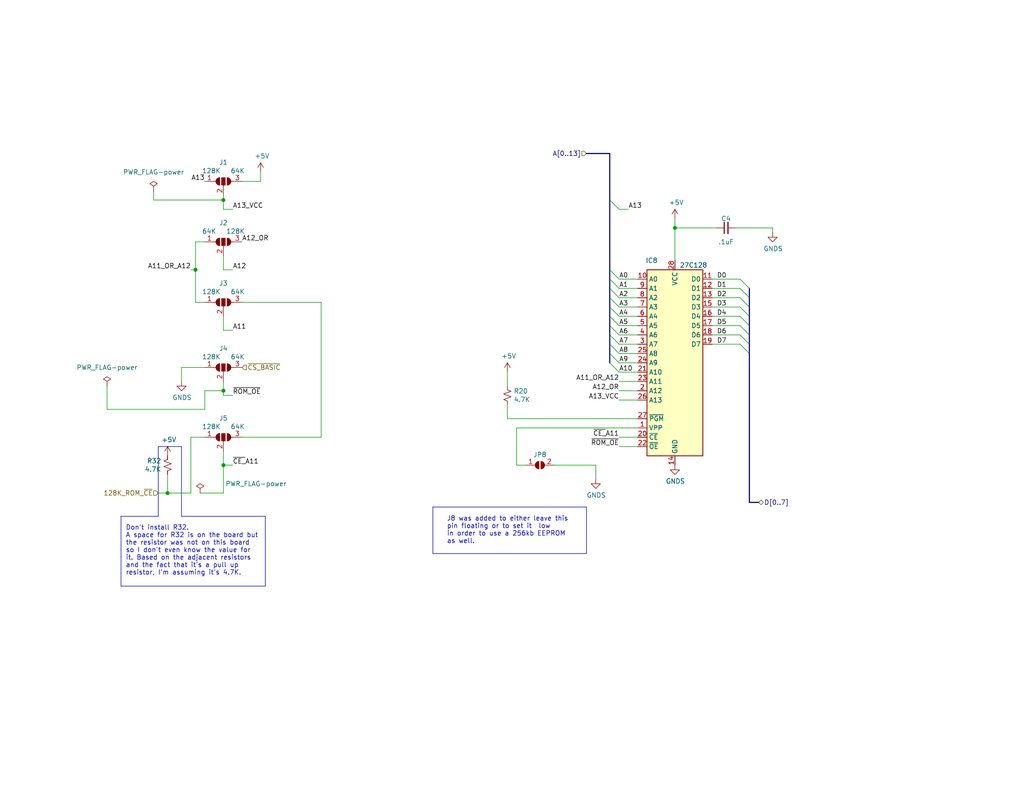
<source format=kicad_sch>
(kicad_sch (version 20230121) (generator eeschema)
  (paper "A")
  (title_block (title "TRS-80 Color Computer 2 (26-3134B & 26-3136B)") (date "2022-10-07") (rev "1.0.0") (company "Tandy Corporation") (comment 1 "Board # 20261058") (comment 3 "Reference board donated by MrDave6309") (comment 4 "Kicad schematic capture by Rocky Hill"))
  (lib_symbols
    (symbol "coco2-rescue:+5V-power" (power) (pin_names (offset 0))
      (property "Value" "+5V-power" (at 0 3.556 0))
      (symbol "+5V-power_0_1"
        (polyline (pts (xy -0.762 1.27) (xy 0 2.54)))
        (polyline (pts (xy 0 0) (xy 0 2.54)))
        (polyline (pts (xy 0 2.54) (xy 0.762 1.27)))
      )
      (symbol "+5V-power_1_1"
        (pin power_in line (at 0 0 90) (length 0) hide (name "+5V") (number "1"))
      )
    )
    (symbol "coco2-rescue:27C128-Memory_EPROM"
      (property "Reference" "U" (at -7.62 26.67 0))
      (property "Value" "27C128-Memory_EPROM" (at 2.54 -26.67 0))
      (symbol "27C128-Memory_EPROM_1_1"
        (rectangle (start -7.62 25.4) (end 7.62 -25.4) (stroke (width 0.254)) (fill (type background)))
        (pin input line (at -10.16 -17.78 0) (length 2.54) (name "VPP") (number "1"))
        (pin input line (at -10.16 22.86 0) (length 2.54) (name "A0") (number "10"))
        (pin tri_state line (at 10.16 22.86 180) (length 2.54) (name "D0") (number "11"))
        (pin tri_state line (at 10.16 20.32 180) (length 2.54) (name "D1") (number "12"))
        (pin tri_state line (at 10.16 17.78 180) (length 2.54) (name "D2") (number "13"))
        (pin power_in line (at 0 -27.94 90) (length 2.54) (name "GND") (number "14"))
        (pin tri_state line (at 10.16 15.24 180) (length 2.54) (name "D3") (number "15"))
        (pin tri_state line (at 10.16 12.7 180) (length 2.54) (name "D4") (number "16"))
        (pin tri_state line (at 10.16 10.16 180) (length 2.54) (name "D5") (number "17"))
        (pin tri_state line (at 10.16 7.62 180) (length 2.54) (name "D6") (number "18"))
        (pin tri_state line (at 10.16 5.08 180) (length 2.54) (name "D7") (number "19"))
        (pin input line (at -10.16 -7.62 0) (length 2.54) (name "A12") (number "2"))
        (pin input line (at -10.16 -20.32 0) (length 2.54) (name "~{CE}") (number "20"))
        (pin input line (at -10.16 -2.54 0) (length 2.54) (name "A10") (number "21"))
        (pin input line (at -10.16 -22.86 0) (length 2.54) (name "~{OE}") (number "22"))
        (pin input line (at -10.16 -5.08 0) (length 2.54) (name "A11") (number "23"))
        (pin input line (at -10.16 0 0) (length 2.54) (name "A9") (number "24"))
        (pin input line (at -10.16 2.54 0) (length 2.54) (name "A8") (number "25"))
        (pin input line (at -10.16 -10.16 0) (length 2.54) (name "A13") (number "26"))
        (pin input line (at -10.16 -15.24 0) (length 2.54) (name "~{PGM}") (number "27"))
        (pin power_in line (at 0 27.94 270) (length 2.54) (name "VCC") (number "28"))
        (pin input line (at -10.16 5.08 0) (length 2.54) (name "A7") (number "3"))
        (pin input line (at -10.16 7.62 0) (length 2.54) (name "A6") (number "4"))
        (pin input line (at -10.16 10.16 0) (length 2.54) (name "A5") (number "5"))
        (pin input line (at -10.16 12.7 0) (length 2.54) (name "A4") (number "6"))
        (pin input line (at -10.16 15.24 0) (length 2.54) (name "A3") (number "7"))
        (pin input line (at -10.16 17.78 0) (length 2.54) (name "A2") (number "8"))
        (pin input line (at -10.16 20.32 0) (length 2.54) (name "A1") (number "9"))
      )
    )
    (symbol "coco2-rescue:C_Small-Device" (pin_numbers hide) (pin_names (offset 0.254) hide)
      (property "Reference" "C" (at 0.254 1.778 0))
      (property "Value" "C_Small-Device" (at 0.254 -2.032 0))
      (symbol "C_Small-Device_0_1"
        (polyline (pts (xy -1.524 -0.508) (xy 1.524 -0.508)) (stroke (width 0.3302)))
        (polyline (pts (xy -1.524 0.508) (xy 1.524 0.508)) (stroke (width 0.3048)))
      )
      (symbol "C_Small-Device_1_1"
        (pin passive line (at 0 2.54 270) (length 2.032) (name "~") (number "1"))
        (pin passive line (at 0 -2.54 90) (length 2.032) (name "~") (number "2"))
      )
    )
    (symbol "coco2-rescue:GNDS-power" (power) (pin_names (offset 0))
      (property "Value" "GNDS-power" (at 0 -3.81 0))
      (symbol "GNDS-power_0_1"
        (polyline (pts (xy 0 0) (xy 0 -1.27) (xy 1.27 -1.27) (xy 0 -2.54) (xy -1.27 -1.27) (xy 0 -1.27)))
      )
      (symbol "GNDS-power_1_1"
        (pin power_in line (at 0 0 270) (length 0) hide (name "GNDS") (number "1"))
      )
    )
    (symbol "coco2-rescue:PWR_FLAG-power" (power) (pin_numbers hide) (pin_names (offset 0) hide)
      (property "Value" "PWR_FLAG-power" (at 0 3.81 0))
      (symbol "PWR_FLAG-power_0_0"
        (pin power_out line (at 0 0 90) (length 0) (name "pwr") (number "1"))
      )
      (symbol "PWR_FLAG-power_0_1"
        (polyline (pts (xy 0 0) (xy 0 1.27) (xy -1.016 1.905) (xy 0 2.54) (xy 1.016 1.905) (xy 0 1.27)))
      )
    )
    (symbol "coco2-rescue:R_Small_US-Device" (pin_numbers hide) (pin_names (offset 0.254) hide)
      (property "Reference" "R" (at 0.762 0.508 0))
      (property "Value" "R_Small_US-Device" (at 0.762 -1.016 0))
      (symbol "R_Small_US-Device_1_1"
        (polyline (pts (xy 0 0) (xy 1.016 -0.381) (xy 0 -0.762) (xy -1.016 -1.143) (xy 0 -1.524)))
        (polyline (pts (xy 0 1.524) (xy 1.016 1.143) (xy 0 0.762) (xy -1.016 0.381) (xy 0 0)))
        (pin passive line (at 0 2.54 270) (length 1.016) (name "~") (number "1"))
        (pin passive line (at 0 -2.54 90) (length 1.016) (name "~") (number "2"))
      )
    )
    (symbol "coco2-rescue:SolderJumper_2_Open-Jumper" (pin_names (offset 0) hide)
      (property "Reference" "JP" (at 0 2.032 0))
      (property "Value" "SolderJumper_2_Open-Jumper" (at 0 -2.54 0))
      (symbol "SolderJumper_2_Open-Jumper_0_1"
        (arc (start -0.254 1.016) (mid -1.2656 0) (end -0.254 -1.016))
        (arc (start -0.254 1.016) (mid -1.2656 0) (end -0.254 -1.016) (fill (type outline)))
        (polyline (pts (xy -0.254 1.016) (xy -0.254 -1.016)))
        (polyline (pts (xy 0.254 1.016) (xy 0.254 -1.016)))
        (arc (start 0.254 -1.016) (mid 1.2656 0) (end 0.254 1.016))
        (arc (start 0.254 -1.016) (mid 1.2656 0) (end 0.254 1.016) (fill (type outline)))
      )
      (symbol "SolderJumper_2_Open-Jumper_1_1"
        (pin passive line (at -3.81 0 0) (length 2.54) (name "A") (number "1"))
        (pin passive line (at 3.81 0 180) (length 2.54) (name "B") (number "2"))
      )
    )
    (symbol "coco2-rescue:SolderJumper_3_Open-Jumper" (pin_names (offset 0) hide)
      (property "Reference" "JP" (at -2.54 -2.54 0))
      (property "Value" "SolderJumper_3_Open-Jumper" (at 0 2.794 0))
      (symbol "SolderJumper_3_Open-Jumper_0_1"
        (arc (start -1.016 1.016) (mid -2.0276 0) (end -1.016 -1.016))
        (arc (start -1.016 1.016) (mid -2.0276 0) (end -1.016 -1.016) (fill (type outline)))
        (rectangle (start -0.508 1.016) (end 0.508 -1.016) (fill (type outline)))
        (polyline (pts (xy -2.54 0) (xy -2.032 0)))
        (polyline (pts (xy -1.016 1.016) (xy -1.016 -1.016)))
        (polyline (pts (xy 0 -1.27) (xy 0 -1.016)))
        (polyline (pts (xy 1.016 1.016) (xy 1.016 -1.016)))
        (polyline (pts (xy 2.54 0) (xy 2.032 0)))
        (arc (start 1.016 -1.016) (mid 2.0276 0) (end 1.016 1.016))
        (arc (start 1.016 -1.016) (mid 2.0276 0) (end 1.016 1.016) (fill (type outline)))
      )
      (symbol "SolderJumper_3_Open-Jumper_1_1"
        (pin passive line (at -5.08 0 0) (length 2.54) (name "A") (number "1"))
        (pin input line (at 0 -3.81 90) (length 2.54) (name "C") (number "2"))
        (pin passive line (at 5.08 0 180) (length 2.54) (name "B") (number "3"))
      )
    )
  )
  (junction (at 45.72 134.62))
  (junction (at 53.34 73.66))
  (junction (at 60.96 127))
  (junction (at 60.96 106.68))
  (junction (at 184.15 62.23))
  (junction (at 60.96 54.61))
  (bus_entry (at 201.93 86.36) (size 2.54 2.54))
  (bus_entry (at 166.37 96.52) (size 2.54 2.54))
  (bus_entry (at 166.37 88.9) (size 2.54 2.54))
  (bus_entry (at 166.37 73.66) (size 2.54 2.54))
  (bus_entry (at 166.37 78.74) (size 2.54 2.54))
  (bus_entry (at 166.37 81.28) (size 2.54 2.54))
  (bus_entry (at 166.37 83.82) (size 2.54 2.54))
  (bus_entry (at 201.93 78.74) (size 2.54 2.54))
  (bus_entry (at 166.37 76.2) (size 2.54 2.54))
  (bus_entry (at 166.37 91.44) (size 2.54 2.54))
  (bus_entry (at 166.37 86.36) (size 2.54 2.54))
  (bus_entry (at 201.93 88.9) (size 2.54 2.54))
  (bus_entry (at 201.93 83.82) (size 2.54 2.54))
  (bus_entry (at 168.91 57.15) (size -2.54 -2.54))
  (bus_entry (at 201.93 91.44) (size 2.54 2.54))
  (bus_entry (at 166.37 93.98) (size 2.54 2.54))
  (bus_entry (at 201.93 76.2) (size 2.54 2.54))
  (bus_entry (at 166.37 99.06) (size 2.54 2.54))
  (bus_entry (at 201.93 81.28) (size 2.54 2.54))
  (bus_entry (at 201.93 93.98) (size 2.54 2.54))
  (wire (pts (xy 168.91 57.15) (xy 171.45 57.15)))
  (wire (pts (xy 173.99 101.6) (xy 168.91 101.6)))
  (bus (pts (xy 207.01 137.16) (xy 204.47 137.16)))
  (wire (pts (xy 173.99 119.38) (xy 168.91 119.38)))
  (wire (pts (xy 41.91 54.61) (xy 60.96 54.61)))
  (bus (pts (xy 166.37 78.74) (xy 166.37 81.28)))
  (wire (pts (xy 194.31 83.82) (xy 201.93 83.82)))
  (wire (pts (xy 60.96 107.95) (xy 63.5 107.95)))
  (wire (pts (xy 173.99 106.68) (xy 168.91 106.68)))
  (bus (pts (xy 166.37 41.91) (xy 166.37 54.61)))
  (wire (pts (xy 60.96 69.85) (xy 60.96 73.66)))
  (wire (pts (xy 87.63 82.55) (xy 87.63 119.38)))
  (wire (pts (xy 45.72 129.54) (xy 45.72 134.62)))
  (bus (pts (xy 204.47 78.74) (xy 204.47 81.28)))
  (wire (pts (xy 151.13 127) (xy 162.56 127)))
  (wire (pts (xy 60.96 86.36) (xy 60.96 90.17)))
  (wire (pts (xy 138.43 101.6) (xy 138.43 105.41)))
  (bus (pts (xy 166.37 86.36) (xy 166.37 88.9)))
  (wire (pts (xy 52.07 73.66) (xy 53.34 73.66)))
  (wire (pts (xy 168.91 83.82) (xy 173.99 83.82)))
  (bus (pts (xy 166.37 93.98) (xy 166.37 96.52)))
  (wire (pts (xy 53.34 73.66) (xy 53.34 82.55)))
  (wire (pts (xy 195.58 62.23) (xy 184.15 62.23)))
  (bus (pts (xy 160.02 41.91) (xy 166.37 41.91)))
  (wire (pts (xy 53.34 66.04) (xy 53.34 73.66)))
  (wire (pts (xy 55.88 111.76) (xy 55.88 106.68)))
  (polyline (pts (xy 72.39 160.02) (xy 72.39 140.97)))
  (bus (pts (xy 204.47 91.44) (xy 204.47 93.98)))
  (bus (pts (xy 166.37 91.44) (xy 166.37 93.98)))
  (wire (pts (xy 60.96 106.68) (xy 60.96 107.95)))
  (polyline (pts (xy 33.02 140.97) (xy 33.02 160.02)))
  (wire (pts (xy 55.88 66.04) (xy 53.34 66.04)))
  (wire (pts (xy 49.53 100.33) (xy 49.53 104.14)))
  (polyline (pts (xy 72.39 140.97) (xy 49.53 140.97)))
  (bus (pts (xy 166.37 88.9) (xy 166.37 91.44)))
  (bus (pts (xy 166.37 73.66) (xy 166.37 76.2)))
  (wire (pts (xy 168.91 99.06) (xy 173.99 99.06)))
  (wire (pts (xy 210.82 62.23) (xy 210.82 63.5)))
  (wire (pts (xy 29.21 111.76) (xy 55.88 111.76)))
  (polyline (pts (xy 43.18 140.97) (xy 33.02 140.97)))
  (wire (pts (xy 60.96 127) (xy 63.5 127)))
  (wire (pts (xy 168.91 78.74) (xy 173.99 78.74)))
  (wire (pts (xy 54.61 134.62) (xy 60.96 134.62)))
  (wire (pts (xy 55.88 119.38) (xy 52.07 119.38)))
  (wire (pts (xy 200.66 62.23) (xy 210.82 62.23)))
  (wire (pts (xy 60.96 57.15) (xy 63.5 57.15)))
  (wire (pts (xy 168.91 88.9) (xy 173.99 88.9)))
  (wire (pts (xy 45.72 134.62) (xy 43.18 134.62)))
  (wire (pts (xy 194.31 88.9) (xy 201.93 88.9)))
  (polyline (pts (xy 43.18 121.92) (xy 43.18 140.97)))
  (wire (pts (xy 87.63 119.38) (xy 66.04 119.38)))
  (polyline (pts (xy 33.02 160.02) (xy 72.39 160.02)))
  (polyline (pts (xy 43.18 121.92) (xy 49.53 121.92)))
  (wire (pts (xy 201.93 76.2) (xy 194.31 76.2)))
  (wire (pts (xy 201.93 86.36) (xy 194.31 86.36)))
  (wire (pts (xy 173.99 96.52) (xy 168.91 96.52)))
  (wire (pts (xy 60.96 53.34) (xy 60.96 54.61)))
  (polyline (pts (xy 118.11 151.13) (xy 118.11 138.43)))
  (wire (pts (xy 60.96 134.62) (xy 60.96 127)))
  (wire (pts (xy 162.56 127) (xy 162.56 130.81)))
  (wire (pts (xy 60.96 73.66) (xy 63.5 73.66)))
  (wire (pts (xy 140.97 127) (xy 143.51 127)))
  (wire (pts (xy 52.07 119.38) (xy 52.07 134.62)))
  (bus (pts (xy 204.47 83.82) (xy 204.47 86.36)))
  (wire (pts (xy 140.97 116.84) (xy 140.97 127)))
  (bus (pts (xy 166.37 76.2) (xy 166.37 78.74)))
  (bus (pts (xy 204.47 88.9) (xy 204.47 91.44)))
  (wire (pts (xy 60.96 123.19) (xy 60.96 127)))
  (wire (pts (xy 60.96 104.14) (xy 60.96 106.68)))
  (bus (pts (xy 204.47 86.36) (xy 204.47 88.9)))
  (wire (pts (xy 194.31 93.98) (xy 201.93 93.98)))
  (bus (pts (xy 204.47 96.52) (xy 204.47 137.16)))
  (bus (pts (xy 166.37 83.82) (xy 166.37 86.36)))
  (wire (pts (xy 168.91 93.98) (xy 173.99 93.98)))
  (bus (pts (xy 204.47 93.98) (xy 204.47 96.52)))
  (wire (pts (xy 45.72 134.62) (xy 52.07 134.62)))
  (wire (pts (xy 168.91 121.92) (xy 173.99 121.92)))
  (wire (pts (xy 173.99 91.44) (xy 168.91 91.44)))
  (wire (pts (xy 184.15 62.23) (xy 184.15 59.69)))
  (wire (pts (xy 138.43 110.49) (xy 138.43 114.3)))
  (wire (pts (xy 173.99 104.14) (xy 168.91 104.14)))
  (wire (pts (xy 55.88 100.33) (xy 49.53 100.33)))
  (wire (pts (xy 55.88 106.68) (xy 60.96 106.68)))
  (wire (pts (xy 173.99 109.22) (xy 168.91 109.22)))
  (wire (pts (xy 173.99 76.2) (xy 168.91 76.2)))
  (wire (pts (xy 71.12 46.99) (xy 71.12 49.53)))
  (wire (pts (xy 173.99 86.36) (xy 168.91 86.36)))
  (wire (pts (xy 173.99 116.84) (xy 140.97 116.84)))
  (wire (pts (xy 71.12 49.53) (xy 66.04 49.53)))
  (polyline (pts (xy 49.53 140.97) (xy 49.53 121.92)))
  (bus (pts (xy 166.37 96.52) (xy 166.37 99.06)))
  (bus (pts (xy 166.37 81.28) (xy 166.37 83.82)))
  (wire (pts (xy 41.91 52.07) (xy 41.91 54.61)))
  (wire (pts (xy 60.96 54.61) (xy 60.96 57.15)))
  (wire (pts (xy 173.99 81.28) (xy 168.91 81.28)))
  (wire (pts (xy 138.43 114.3) (xy 173.99 114.3)))
  (polyline (pts (xy 160.02 151.13) (xy 118.11 151.13)))
  (wire (pts (xy 66.04 82.55) (xy 87.63 82.55)))
  (wire (pts (xy 29.21 105.41) (xy 29.21 111.76)))
  (polyline (pts (xy 160.02 138.43) (xy 160.02 151.13)))
  (wire (pts (xy 201.93 91.44) (xy 194.31 91.44)))
  (wire (pts (xy 184.15 62.23) (xy 184.15 71.12)))
  (wire (pts (xy 53.34 82.55) (xy 55.88 82.55)))
  (polyline (pts (xy 118.11 138.43) (xy 160.02 138.43)))
  (wire (pts (xy 201.93 81.28) (xy 194.31 81.28)))
  (bus (pts (xy 204.47 81.28) (xy 204.47 83.82)))
  (wire (pts (xy 194.31 78.74) (xy 201.93 78.74)))
  (bus (pts (xy 166.37 54.61) (xy 166.37 73.66)))
  (wire (pts (xy 60.96 90.17) (xy 63.5 90.17)))
  (text "Don't install R32.\nA space for R32 is on the board but\nthe resistor was not on this board\nso I don't even know the value for\nit. Based on the adjacent resistors\nand the fact that it's a pull up \nresistor, I'm assuming it's 4.7K.\n\n " (at 34.29 161.29 0) (effects (font (size 1.27 1.27)) (justify left bottom)))
  (text "J8 was added to either leave this\npin floating or to set it  low\nin order to use a 256kb EEPROM\nas well." (at 121.92 148.59 0) (effects (font (size 1.27 1.27)) (justify left bottom)))
  (label "A13" (at 55.88 49.53 180))
  (label "D3" (at 195.58 83.82 0))
  (label "D1" (at 195.58 78.74 0))
  (label "A7" (at 168.91 93.98 0))
  (label "A4" (at 168.91 86.36 0))
  (label "A6" (at 168.91 91.44 0))
  (label "A11_OR_A12" (at 168.91 104.14 180))
  (label "A3" (at 168.91 83.82 0))
  (label "A13" (at 171.45 57.15 0))
  (label "A12_OR" (at 168.91 106.68 180))
  (label "D4" (at 195.58 86.36 0))
  (label "A13_VCC" (at 168.91 109.22 180))
  (label "~{CE_}A11" (at 63.5 127 0))
  (label "D0" (at 195.58 76.2 0))
  (label "A0" (at 168.91 76.2 0))
  (label "A11" (at 63.5 90.17 0))
  (label "~{ROM_OE}" (at 63.5 107.95 0))
  (label "A12_OR" (at 66.04 66.04 0))
  (label "D5" (at 195.58 88.9 0))
  (label "A10" (at 168.91 101.6 0))
  (label "A8" (at 168.91 96.52 0))
  (label "~{ROM_OE}" (at 168.91 121.92 180))
  (label "A11_OR_A12" (at 52.07 73.66 180))
  (label "D7" (at 195.58 93.98 0))
  (label "A2" (at 168.91 81.28 0))
  (label "A1" (at 168.91 78.74 0))
  (label "A9" (at 168.91 99.06 0))
  (label "~{CE_}A11" (at 168.91 119.38 180))
  (label "A13_VCC" (at 63.5 57.15 0))
  (label "A12" (at 63.5 73.66 0))
  (label "D2" (at 195.58 81.28 0))
  (label "D6" (at 195.58 91.44 0))
  (label "A5" (at 168.91 88.9 0))
  (hierarchical_label "D[0..7]" (shape bidirectional) (at 207.01 137.16 0))
  (hierarchical_label "A[0..13]" (shape input) (at 160.02 41.91 180))
  (hierarchical_label "~{CS_BASIC}" (shape input) (at 66.04 100.33 0))
  (hierarchical_label "128K_ROM_~{CE}" (shape input) (at 43.18 134.62 180))
  (symbol (lib_id "coco2-rescue:C_Small-Device") (at 198.12 62.23 90) (unit 1)
    (property "Reference" "C4" (at 198.12 59.69 90))
    (property "Value" ".1uF" (at 198.12 66.04 90))
    (property "Footprint" "Capacitor_THT:C_Disc_D4.7mm_W2.5mm_P5.00mm" (effects hide))
    (property "Datasheet" " https://search.murata.co.jp/Ceramy/image/img/A01X/G101/ENG/RDE_X7R_250V-1kV_E.pdf" (effects hide))
    (property "Vendor" "digikey" (effects hide))
    (property "Vendor part#" "490-8814-ND" (effects hide))
    (property "Manufacturer part#" "RDER71H104K0K1H03B" (effects hide))
  )
  (symbol (lib_id "coco2-rescue:+5V-power") (at 184.15 59.69 0) (unit 1)
    (property "Reference" "#PWR0999025" (effects hide))
    (property "Value" "+5V" (at 184.531 55.2958 0))
  )
  (symbol (lib_id "coco2-rescue:GNDS-power") (at 210.82 63.5 0) (unit 1)
    (property "Reference" "#PWR0999028" (effects hide))
    (property "Value" "GNDS" (at 210.947 67.8942 0))
  )
  (symbol (lib_id "coco2-rescue:+5V-power") (at 71.12 46.99 0) (unit 1)
    (property "Reference" "#PWR0109" (effects hide))
    (property "Value" "+5V" (at 71.501 42.5958 0))
  )
  (symbol (lib_id "coco2-rescue:GNDS-power") (at 49.53 104.14 0) (unit 1)
    (property "Reference" "#PWR0110" (effects hide))
    (property "Value" "GNDS" (at 49.657 108.5342 0))
  )
  (symbol (lib_id "coco2-rescue:27C128-Memory_EPROM") (at 184.15 99.06 0) (unit 1)
    (property "Reference" "IC8" (at 177.8 71.12 0))
    (property "Value" "27C128" (at 189.23 72.39 0))
    (property "Footprint" "Package_DIP:DIP-28_W15.24mm_Socket" (effects hide))
    (property "Datasheet" "http://ww1.microchip.com/downloads/en/devicedoc/11003L.pdf" (effects hide))
    (property "Vendor" "digikey" (effects hide))
    (property "Vendor part#" "AE10004-ND" (effects hide))
    (property "Manufacturer part#" "A 28-LC-TT" (effects hide))
  )
  (symbol (lib_id "coco2-rescue:SolderJumper_3_Open-Jumper") (at 60.96 49.53 0) (unit 1)
    (property "Reference" "J1" (at 60.96 44.323 0))
    (property "Value" "128K   64K" (at 60.96 46.6344 0))
    (property "Footprint" "Jumper:SolderJumper-3_P1.3mm_Open_RoundedPad1.0x1.5mm_NumberLabels" (effects hide))
  )
  (symbol (lib_id "coco2-rescue:SolderJumper_3_Open-Jumper") (at 60.96 66.04 0) (unit 1)
    (property "Reference" "J2" (at 60.96 60.833 0))
    (property "Value" "64K   128K" (at 60.96 63.1444 0))
    (property "Footprint" "Jumper:SolderJumper-3_P1.3mm_Open_RoundedPad1.0x1.5mm_NumberLabels" (effects hide))
  )
  (symbol (lib_id "coco2-rescue:SolderJumper_3_Open-Jumper") (at 60.96 82.55 0) (unit 1)
    (property "Reference" "J3" (at 60.96 77.343 0))
    (property "Value" "128K   64K" (at 60.96 79.6544 0))
    (property "Footprint" "Jumper:SolderJumper-3_P1.3mm_Open_RoundedPad1.0x1.5mm_NumberLabels" (effects hide))
  )
  (symbol (lib_id "coco2-rescue:SolderJumper_3_Open-Jumper") (at 60.96 100.33 0) (unit 1)
    (property "Reference" "J4" (at 60.96 95.123 0))
    (property "Value" "128K   64K" (at 60.96 97.4344 0))
    (property "Footprint" "Jumper:SolderJumper-3_P1.3mm_Open_RoundedPad1.0x1.5mm_NumberLabels" (effects hide))
  )
  (symbol (lib_id "coco2-rescue:SolderJumper_3_Open-Jumper") (at 60.96 119.38 0) (unit 1)
    (property "Reference" "J5" (at 60.96 114.173 0))
    (property "Value" "128K   64K" (at 60.96 116.4844 0))
    (property "Footprint" "Jumper:SolderJumper-3_P1.3mm_Open_RoundedPad1.0x1.5mm_NumberLabels" (effects hide))
  )
  (symbol (lib_id "coco2-rescue:R_Small_US-Device") (at 138.43 107.95 0) (unit 1)
    (property "Reference" "R20" (at 140.1572 106.7816 0) (effects (justify left)))
    (property "Value" "4.7K" (at 140.1572 109.093 0) (effects (justify left)))
    (property "Footprint" "Resistor_THT:R_Axial_DIN0207_L6.3mm_D2.5mm_P10.16mm_Horizontal" (effects hide))
    (property "Datasheet" "https://www.seielect.com/catalog/sei-cf_cfm.pdf" (effects hide))
    (property "Vendor" "digikey" (effects hide))
    (property "Vendor part#" "CF14JT4K70CT-ND  " (effects hide))
    (property "Manufacturer part#" "Stackpole Electronics Inc" (effects hide))
  )
  (symbol (lib_id "coco2-rescue:+5V-power") (at 138.43 101.6 0) (unit 1)
    (property "Reference" "#PWR0107" (effects hide))
    (property "Value" "+5V" (at 138.811 97.2058 0))
  )
  (symbol (lib_id "coco2-rescue:GNDS-power") (at 184.15 127 0) (unit 1)
    (property "Reference" "#PWR0108" (effects hide))
    (property "Value" "GNDS" (at 184.277 131.3942 0))
  )
  (symbol (lib_id "coco2-rescue:GNDS-power") (at 162.56 130.81 0) (unit 1)
    (property "Reference" "#PWR03" (effects hide))
    (property "Value" "GNDS" (at 162.687 135.2042 0))
  )
  (symbol (lib_id "coco2-rescue:SolderJumper_2_Open-Jumper") (at 147.32 127 0) (unit 1)
    (property "Reference" "JP8" (at 147.32 124.1298 0))
    (property "Value" "SolderJumper_2_Open" (effects hide))
    (property "Footprint" "Jumper:SolderJumper-2_P1.3mm_Open_RoundedPad1.0x1.5mm" (effects hide))
  )
  (symbol (lib_id "coco2-rescue:+5V-power") (at 45.72 124.46 0) (unit 1)
    (property "Reference" "#PWR0114" (effects hide))
    (property "Value" "+5V" (at 46.101 120.0658 0))
  )
  (symbol (lib_id "coco2-rescue:PWR_FLAG-power") (at 54.61 134.62 0) (unit 1)
    (property "Reference" "#FLG0105" (effects hide))
    (property "Value" "PWR_FLAG-power" (at 69.85 132.08 0))
  )
  (symbol (lib_id "coco2-rescue:PWR_FLAG-power") (at 41.91 52.07 0) (unit 1)
    (property "Reference" "#FLG0107" (effects hide))
    (property "Value" "PWR_FLAG-power" (at 41.91 46.99 0))
  )
  (symbol (lib_id "coco2-rescue:PWR_FLAG-power") (at 29.21 105.41 0) (unit 1)
    (property "Reference" "#FLG0106" (effects hide))
    (property "Value" "PWR_FLAG-power" (at 29.21 100.33 0))
  )
  (symbol (lib_id "coco2-rescue:R_Small_US-Device") (at 45.72 127 0) (mirror y) (unit 1)
    (property "Reference" "R32" (at 43.9928 125.8316 0) (effects (justify left)))
    (property "Value" "4.7K" (at 43.9928 128.143 0) (effects (justify left)))
    (property "Footprint" "Resistor_THT:R_Axial_DIN0207_L6.3mm_D2.5mm_P10.16mm_Horizontal" (effects hide))
    (property "Datasheet" "https://www.seielect.com/catalog/sei-cf_cfm.pdf" (effects hide))
    (property "Vendor" "digikey" (effects hide))
    (property "Vendor part#" "CF14JT4K70CT-ND  " (effects hide))
    (property "Manufacturer part#" "Stackpole Electronics Inc" (effects hide))
  )
)
</source>
